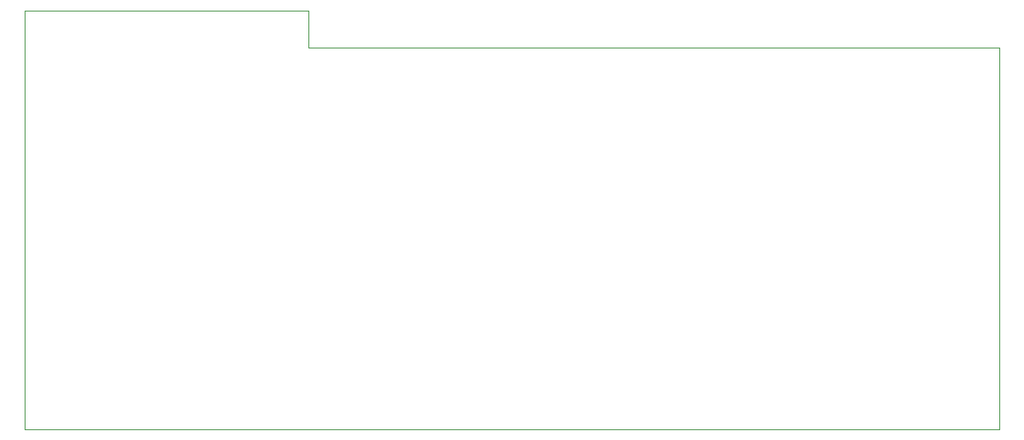
<source format=gbr>
%TF.GenerationSoftware,KiCad,Pcbnew,(5.1.6)-1*%
%TF.CreationDate,2020-10-30T20:37:26-07:00*%
%TF.ProjectId,highvoltagedriver,68696768-766f-46c7-9461-676564726976,rev?*%
%TF.SameCoordinates,Original*%
%TF.FileFunction,Profile,NP*%
%FSLAX46Y46*%
G04 Gerber Fmt 4.6, Leading zero omitted, Abs format (unit mm)*
G04 Created by KiCad (PCBNEW (5.1.6)-1) date 2020-10-30 20:37:26*
%MOMM*%
%LPD*%
G01*
G04 APERTURE LIST*
%TA.AperFunction,Profile*%
%ADD10C,0.050000*%
%TD*%
G04 APERTURE END LIST*
D10*
X143510000Y-76200000D02*
X114300000Y-76200000D01*
X143510000Y-80010000D02*
X143510000Y-76200000D01*
X154940000Y-80010000D02*
X143510000Y-80010000D01*
X214630000Y-119380000D02*
X114300000Y-119380000D01*
X214630000Y-118110000D02*
X214630000Y-119380000D01*
X214630000Y-80010000D02*
X214630000Y-118110000D01*
X154940000Y-80010000D02*
X214630000Y-80010000D01*
X114300000Y-119380000D02*
X114300000Y-76200000D01*
M02*

</source>
